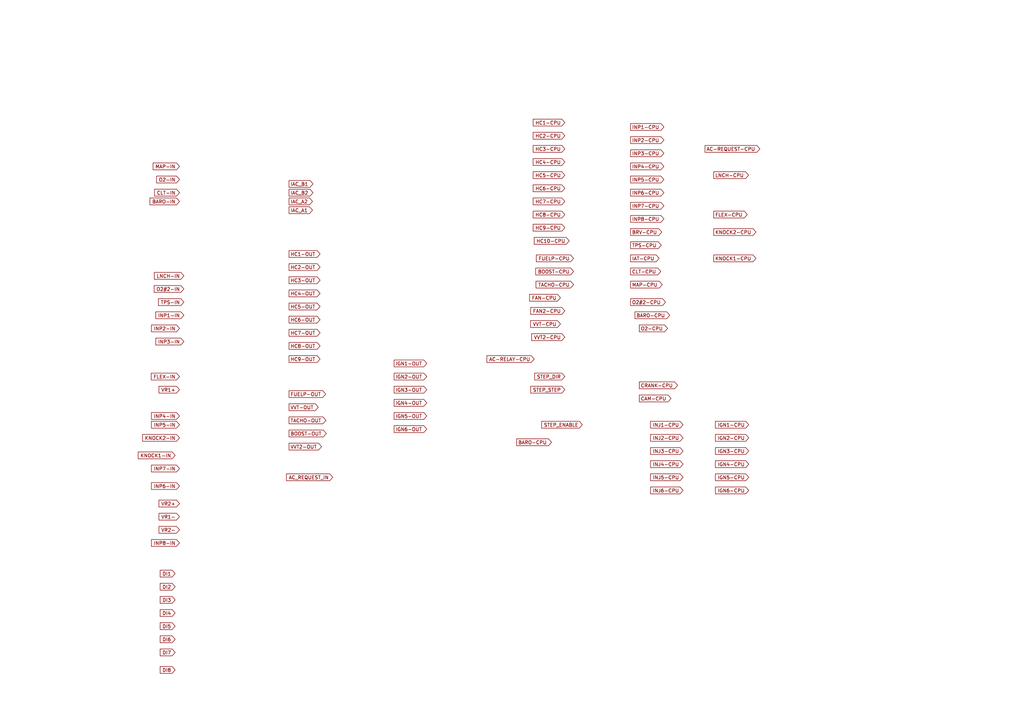
<source format=kicad_sch>
(kicad_sch
	(version 20231120)
	(generator "eeschema")
	(generator_version "8.0")
	(uuid "aeab7777-62ff-4cf9-b23d-4ac06758eda9")
	(paper "A4")
	(lib_symbols)
	(global_label "IGN2-OUT"
		(shape output)
		(at 114.3 109.22 0)
		(fields_autoplaced yes)
		(effects
			(font
				(size 1 1)
			)
			(justify left)
		)
		(uuid "05048b99-f815-4a0a-9295-c520316301ab")
		(property "Intersheetrefs" "${INTERSHEET_REFS}"
			(at 129.4206 109.22 0)
			(effects
				(font
					(size 1 1)
				)
				(justify left)
				(hide yes)
			)
		)
	)
	(global_label "INP5-IN"
		(shape input)
		(at 52.07 123.19 180)
		(fields_autoplaced yes)
		(effects
			(font
				(size 1 1)
			)
			(justify right)
		)
		(uuid "08e1b770-76c7-4183-8e21-522fff6835e6")
		(property "Intersheetrefs" "${INTERSHEET_REFS}"
			(at 38.8671 123.19 0)
			(effects
				(font
					(size 1 1)
				)
				(justify right)
				(hide yes)
			)
		)
	)
	(global_label "BARO-CPU"
		(shape output)
		(at 149.86 128.27 0)
		(fields_autoplaced yes)
		(effects
			(font
				(size 1 1)
			)
			(justify left)
		)
		(uuid "10918acc-8a26-462d-905d-55946ab89f66")
		(property "Intersheetrefs" "${INTERSHEET_REFS}"
			(at 166.0384 128.27 0)
			(effects
				(font
					(size 1 1)
				)
				(justify left)
				(hide yes)
			)
		)
	)
	(global_label "IAC_A1"
		(shape output)
		(at 83.82 60.96 0)
		(fields_autoplaced yes)
		(effects
			(font
				(size 1 1)
			)
			(justify left)
		)
		(uuid "12800703-6442-41c6-ae68-f1dc5436d11a")
		(property "Intersheetrefs" "${INTERSHEET_REFS}"
			(at 94.9908 60.96 0)
			(effects
				(font
					(size 1 1)
				)
				(justify left)
				(hide yes)
			)
		)
	)
	(global_label "VR1-"
		(shape input)
		(at 52.07 149.86 180)
		(fields_autoplaced yes)
		(effects
			(font
				(size 1 1)
			)
			(justify right)
		)
		(uuid "1844264d-0466-4282-ac1a-7a640e2a6a6f")
		(property "Intersheetrefs" "${INTERSHEET_REFS}"
			(at 42.3197 149.86 0)
			(effects
				(font
					(size 1 1)
				)
				(justify right)
				(hide yes)
			)
		)
	)
	(global_label "HC4-OUT"
		(shape output)
		(at 83.82 85.09 0)
		(fields_autoplaced yes)
		(effects
			(font
				(size 1 1)
			)
			(justify left)
		)
		(uuid "1cf7c71f-e022-403b-ad97-c57774b70be0")
		(property "Intersheetrefs" "${INTERSHEET_REFS}"
			(at 98.3292 85.09 0)
			(effects
				(font
					(size 1 1)
				)
				(justify left)
				(hide yes)
			)
		)
	)
	(global_label "HC3-CPU"
		(shape input)
		(at 163.83 43.18 180)
		(fields_autoplaced yes)
		(effects
			(font
				(size 1 1)
			)
			(justify right)
		)
		(uuid "1d668bd6-9f6e-4bdb-80c3-203afe3243e7")
		(property "Intersheetrefs" "${INTERSHEET_REFS}"
			(at 149.0305 43.18 0)
			(effects
				(font
					(size 1 1)
				)
				(justify right)
				(hide yes)
			)
		)
	)
	(global_label "FUELP-CPU"
		(shape input)
		(at 166.37 74.93 180)
		(fields_autoplaced yes)
		(effects
			(font
				(size 1 1)
			)
			(justify right)
		)
		(uuid "20623653-f992-49a7-bc3b-ae5ca95912c6")
		(property "Intersheetrefs" "${INTERSHEET_REFS}"
			(at 149.2173 74.93 0)
			(effects
				(font
					(size 1 1)
				)
				(justify right)
				(hide yes)
			)
		)
	)
	(global_label "INP1-IN"
		(shape input)
		(at 53.34 91.44 180)
		(fields_autoplaced yes)
		(effects
			(font
				(size 1 1)
			)
			(justify right)
		)
		(uuid "27addea1-2071-42da-a53a-2c546fc45c2b")
		(property "Intersheetrefs" "${INTERSHEET_REFS}"
			(at 40.2514 91.44 0)
			(effects
				(font
					(size 1 1)
				)
				(justify right)
				(hide yes)
			)
		)
	)
	(global_label "INJ6-CPU"
		(shape input)
		(at 198.12 142.24 180)
		(fields_autoplaced yes)
		(effects
			(font
				(size 1 1)
			)
			(justify right)
		)
		(uuid "29085911-ab7e-4c73-9730-683e7d3e815a")
		(property "Intersheetrefs" "${INTERSHEET_REFS}"
			(at 183.072 142.24 0)
			(effects
				(font
					(size 1 1)
				)
				(justify right)
				(hide yes)
			)
		)
	)
	(global_label "INP8-CPU"
		(shape output)
		(at 182.88 63.5 0)
		(fields_autoplaced yes)
		(effects
			(font
				(size 1 1)
			)
			(justify left)
		)
		(uuid "29ff5b08-a60c-4f6e-99e4-123c19dca3db")
		(property "Intersheetrefs" "${INTERSHEET_REFS}"
			(at 198.4052 63.5 0)
			(effects
				(font
					(size 1 1)
				)
				(justify left)
				(hide yes)
			)
		)
	)
	(global_label "IGN5-OUT"
		(shape output)
		(at 114.3 120.65 0)
		(fields_autoplaced yes)
		(effects
			(font
				(size 1 1)
			)
			(justify left)
		)
		(uuid "2a2569b2-c4b4-4bb9-9cf3-d401789f3186")
		(property "Intersheetrefs" "${INTERSHEET_REFS}"
			(at 129.5349 120.65 0)
			(effects
				(font
					(size 1 1)
				)
				(justify left)
				(hide yes)
			)
		)
	)
	(global_label "KNOCK1-IN"
		(shape input)
		(at 50.8 132.08 180)
		(fields_autoplaced yes)
		(effects
			(font
				(size 1 1)
			)
			(justify right)
		)
		(uuid "2a6bc583-7ea4-463d-9989-0cde75ceb11d")
		(property "Intersheetrefs" "${INTERSHEET_REFS}"
			(at 33.6782 132.08 0)
			(effects
				(font
					(size 1 1)
				)
				(justify right)
				(hide yes)
			)
		)
	)
	(global_label "INP2-CPU"
		(shape output)
		(at 182.88 40.64 0)
		(fields_autoplaced yes)
		(effects
			(font
				(size 1 1)
			)
			(justify left)
		)
		(uuid "2bcd1d23-cdc9-4b61-ab02-b0febcfe63fa")
		(property "Intersheetrefs" "${INTERSHEET_REFS}"
			(at 198.2909 40.64 0)
			(effects
				(font
					(size 1 1)
				)
				(justify left)
				(hide yes)
			)
		)
	)
	(global_label "IGN1-OUT"
		(shape output)
		(at 114.3 105.41 0)
		(fields_autoplaced yes)
		(effects
			(font
				(size 1 1)
			)
			(justify left)
		)
		(uuid "2c6e60e8-70ee-4170-be88-ec65e139d18c")
		(property "Intersheetrefs" "${INTERSHEET_REFS}"
			(at 129.4206 105.41 0)
			(effects
				(font
					(size 1 1)
				)
				(justify left)
				(hide yes)
			)
		)
	)
	(global_label "AC-RELAY-CPU"
		(shape input)
		(at 154.94 104.14 180)
		(fields_autoplaced yes)
		(effects
			(font
				(size 1 1)
			)
			(justify right)
		)
		(uuid "2ce876ae-61b7-404a-bf03-18618dc751fe")
		(property "Intersheetrefs" "${INTERSHEET_REFS}"
			(at 140.7053 104.14 0)
			(effects
				(font
					(size 1 1)
				)
				(justify right)
				(hide yes)
			)
		)
	)
	(global_label "IGN4-CPU"
		(shape input)
		(at 217.17 134.62 180)
		(fields_autoplaced yes)
		(effects
			(font
				(size 1 1)
			)
			(justify right)
		)
		(uuid "2dd55927-1f57-469a-b65d-79bfe62f561c")
		(property "Intersheetrefs" "${INTERSHEET_REFS}"
			(at 201.7591 134.62 0)
			(effects
				(font
					(size 1 1)
				)
				(justify right)
				(hide yes)
			)
		)
	)
	(global_label "HC1-OUT"
		(shape output)
		(at 83.82 73.66 0)
		(fields_autoplaced yes)
		(effects
			(font
				(size 1 1)
			)
			(justify left)
		)
		(uuid "30ae7245-7e82-44c0-8b38-d5ea16e7ef8a")
		(property "Intersheetrefs" "${INTERSHEET_REFS}"
			(at 98.3292 73.66 0)
			(effects
				(font
					(size 1 1)
				)
				(justify left)
				(hide yes)
			)
		)
	)
	(global_label "TPS-CPU"
		(shape output)
		(at 182.88 71.12 0)
		(fields_autoplaced yes)
		(effects
			(font
				(size 1 1)
			)
			(justify left)
		)
		(uuid "33f49e75-8c5e-446b-abd2-3d7997eac981")
		(property "Intersheetrefs" "${INTERSHEET_REFS}"
			(at 197.1297 71.12 0)
			(effects
				(font
					(size 1 1)
				)
				(justify left)
				(hide yes)
			)
		)
	)
	(global_label "DI2"
		(shape input)
		(at 50.8 170.18 180)
		(fields_autoplaced yes)
		(effects
			(font
				(size 1 1)
			)
			(justify right)
		)
		(uuid "34e98a28-d62a-40b7-8809-e25ab97cd788")
		(property "Intersheetrefs" "${INTERSHEET_REFS}"
			(at 45.9461 170.18 0)
			(effects
				(font
					(size 1 1)
				)
				(justify right)
				(hide yes)
			)
		)
	)
	(global_label "HC2-OUT"
		(shape output)
		(at 83.82 77.47 0)
		(fields_autoplaced yes)
		(effects
			(font
				(size 1 1)
			)
			(justify left)
		)
		(uuid "373292dd-c942-4fba-83bb-7b15f8c4548f")
		(property "Intersheetrefs" "${INTERSHEET_REFS}"
			(at 98.3292 77.47 0)
			(effects
				(font
					(size 1 1)
				)
				(justify left)
				(hide yes)
			)
		)
	)
	(global_label "TACHO-OUT"
		(shape output)
		(at 83.82 121.92 0)
		(fields_autoplaced yes)
		(effects
			(font
				(size 1 1)
			)
			(justify left)
		)
		(uuid "3894f6e1-1d88-43f6-a308-bb4e8031fc1f")
		(property "Intersheetrefs" "${INTERSHEET_REFS}"
			(at 100.8275 121.92 0)
			(effects
				(font
					(size 1 1)
				)
				(justify left)
				(hide yes)
			)
		)
	)
	(global_label "DI3"
		(shape input)
		(at 50.8 173.99 180)
		(fields_autoplaced yes)
		(effects
			(font
				(size 1 1)
			)
			(justify right)
		)
		(uuid "3ad7bcbd-dc2e-4db5-93d2-dd70063b79aa")
		(property "Intersheetrefs" "${INTERSHEET_REFS}"
			(at 45.9461 173.99 0)
			(effects
				(font
					(size 1 1)
				)
				(justify right)
				(hide yes)
			)
		)
	)
	(global_label "DI4"
		(shape input)
		(at 50.8 177.8 180)
		(fields_autoplaced yes)
		(effects
			(font
				(size 1 1)
			)
			(justify right)
		)
		(uuid "3b23eeac-27dc-4648-8106-644ef26c4bfc")
		(property "Intersheetrefs" "${INTERSHEET_REFS}"
			(at 45.9461 177.8 0)
			(effects
				(font
					(size 1 1)
				)
				(justify right)
				(hide yes)
			)
		)
	)
	(global_label "INP4-IN"
		(shape input)
		(at 52.07 120.65 180)
		(fields_autoplaced yes)
		(effects
			(font
				(size 1 1)
			)
			(justify right)
		)
		(uuid "4132e412-90c5-4981-9b1b-6db75eb06bbb")
		(property "Intersheetrefs" "${INTERSHEET_REFS}"
			(at 38.8671 120.65 0)
			(effects
				(font
					(size 1 1)
				)
				(justify right)
				(hide yes)
			)
		)
	)
	(global_label "IGN3-OUT"
		(shape output)
		(at 114.3 113.03 0)
		(fields_autoplaced yes)
		(effects
			(font
				(size 1 1)
			)
			(justify left)
		)
		(uuid "4fe7db9a-3c07-4ae9-bb96-850980e7749c")
		(property "Intersheetrefs" "${INTERSHEET_REFS}"
			(at 129.4206 113.03 0)
			(effects
				(font
					(size 1 1)
				)
				(justify left)
				(hide yes)
			)
		)
	)
	(global_label "DI6"
		(shape input)
		(at 50.8 185.42 180)
		(fields_autoplaced yes)
		(effects
			(font
				(size 1 1)
			)
			(justify right)
		)
		(uuid "500bb0fe-083e-494c-b5d4-3a9adad4afd3")
		(property "Intersheetrefs" "${INTERSHEET_REFS}"
			(at 45.9461 185.42 0)
			(effects
				(font
					(size 1 1)
				)
				(justify right)
				(hide yes)
			)
		)
	)
	(global_label "STEP_DIR"
		(shape input)
		(at 163.83 109.22 180)
		(fields_autoplaced yes)
		(effects
			(font
				(size 1 1)
			)
			(justify right)
		)
		(uuid "51462ed6-d7e0-4571-8777-2f0e6fcb3191")
		(property "Intersheetrefs" "${INTERSHEET_REFS}"
			(at 149.6838 109.22 0)
			(effects
				(font
					(size 1 1)
				)
				(justify right)
				(hide yes)
			)
		)
	)
	(global_label "INP6-CPU"
		(shape output)
		(at 182.88 55.88 0)
		(fields_autoplaced yes)
		(effects
			(font
				(size 1 1)
			)
			(justify left)
		)
		(uuid "518cb962-c2a0-4875-9c5b-cb39313366e8")
		(property "Intersheetrefs" "${INTERSHEET_REFS}"
			(at 198.4052 55.88 0)
			(effects
				(font
					(size 1 1)
				)
				(justify left)
				(hide yes)
			)
		)
	)
	(global_label "HC10-CPU"
		(shape input)
		(at 165.1 69.85 180)
		(fields_autoplaced yes)
		(effects
			(font
				(size 1 1)
			)
			(justify right)
		)
		(uuid "52afec79-efdf-4924-9372-11512f75e5c1")
		(property "Intersheetrefs" "${INTERSHEET_REFS}"
			(at 148.8491 69.85 0)
			(effects
				(font
					(size 1 1)
				)
				(justify right)
				(hide yes)
			)
		)
	)
	(global_label "INJ2-CPU"
		(shape input)
		(at 198.12 127 180)
		(fields_autoplaced yes)
		(effects
			(font
				(size 1 1)
			)
			(justify right)
		)
		(uuid "52d22de6-768c-4ef1-9855-e3dc34bbcba9")
		(property "Intersheetrefs" "${INTERSHEET_REFS}"
			(at 183.072 127 0)
			(effects
				(font
					(size 1 1)
				)
				(justify right)
				(hide yes)
			)
		)
	)
	(global_label "KNOCK2-CPU"
		(shape output)
		(at 207.01 67.31 0)
		(fields_autoplaced yes)
		(effects
			(font
				(size 1 1)
			)
			(justify left)
		)
		(uuid "58481298-166f-490f-9785-7ecc63f14b56")
		(property "Intersheetrefs" "${INTERSHEET_REFS}"
			(at 226.4541 67.31 0)
			(effects
				(font
					(size 1 1)
				)
				(justify left)
				(hide yes)
			)
		)
	)
	(global_label "INP1-CPU"
		(shape output)
		(at 182.88 36.83 0)
		(fields_autoplaced yes)
		(effects
			(font
				(size 1 1)
			)
			(justify left)
		)
		(uuid "599e78d7-c82d-4de7-9f42-3491066c7409")
		(property "Intersheetrefs" "${INTERSHEET_REFS}"
			(at 198.2909 36.83 0)
			(effects
				(font
					(size 1 1)
				)
				(justify left)
				(hide yes)
			)
		)
	)
	(global_label "INJ4-CPU"
		(shape input)
		(at 198.12 134.62 180)
		(fields_autoplaced yes)
		(effects
			(font
				(size 1 1)
			)
			(justify right)
		)
		(uuid "5cd800b6-045e-44c4-b9b0-111af954cd3c")
		(property "Intersheetrefs" "${INTERSHEET_REFS}"
			(at 183.072 134.62 0)
			(effects
				(font
					(size 1 1)
				)
				(justify right)
				(hide yes)
			)
		)
	)
	(global_label "STEP_ENABLE"
		(shape input)
		(at 168.91 123.19 180)
		(fields_autoplaced yes)
		(effects
			(font
				(size 1 1)
			)
			(justify right)
		)
		(uuid "5f1f022c-9bf1-4dc1-a340-c0334bb6a7aa")
		(property "Intersheetrefs" "${INTERSHEET_REFS}"
			(at 150.1191 123.19 0)
			(effects
				(font
					(size 1 1)
				)
				(justify right)
				(hide yes)
			)
		)
	)
	(global_label "IAC_A2"
		(shape output)
		(at 83.82 58.42 0)
		(fields_autoplaced yes)
		(effects
			(font
				(size 1 1)
			)
			(justify left)
		)
		(uuid "6455fe8b-9b1c-4dcc-871e-188a7f0c5287")
		(property "Intersheetrefs" "${INTERSHEET_REFS}"
			(at 94.9908 58.42 0)
			(effects
				(font
					(size 1 1)
				)
				(justify left)
				(hide yes)
			)
		)
	)
	(global_label "DI1"
		(shape input)
		(at 50.8 166.37 180)
		(fields_autoplaced yes)
		(effects
			(font
				(size 1 1)
			)
			(justify right)
		)
		(uuid "66518922-d323-4f29-8e27-3664791d3717")
		(property "Intersheetrefs" "${INTERSHEET_REFS}"
			(at 45.9461 166.37 0)
			(effects
				(font
					(size 1 1)
				)
				(justify right)
				(hide yes)
			)
		)
	)
	(global_label "IGN4-OUT"
		(shape output)
		(at 114.3 116.84 0)
		(fields_autoplaced yes)
		(effects
			(font
				(size 1 1)
			)
			(justify left)
		)
		(uuid "665776bb-5061-4a8d-b515-2b2e5bbcc798")
		(property "Intersheetrefs" "${INTERSHEET_REFS}"
			(at 129.4206 116.84 0)
			(effects
				(font
					(size 1 1)
				)
				(justify left)
				(hide yes)
			)
		)
	)
	(global_label "KNOCK1-CPU"
		(shape output)
		(at 207.01 74.93 0)
		(fields_autoplaced yes)
		(effects
			(font
				(size 1 1)
			)
			(justify left)
		)
		(uuid "676efbf4-bf39-4f30-9b2c-0632bb979ac9")
		(property "Intersheetrefs" "${INTERSHEET_REFS}"
			(at 226.4541 74.93 0)
			(effects
				(font
					(size 1 1)
				)
				(justify left)
				(hide yes)
			)
		)
	)
	(global_label "HC6-OUT"
		(shape output)
		(at 83.82 92.71 0)
		(fields_autoplaced yes)
		(effects
			(font
				(size 1 1)
			)
			(justify left)
		)
		(uuid "68d84fae-2b01-407f-a433-e7d3d33a9047")
		(property "Intersheetrefs" "${INTERSHEET_REFS}"
			(at 98.3292 92.71 0)
			(effects
				(font
					(size 1 1)
				)
				(justify left)
				(hide yes)
			)
		)
	)
	(global_label "HC9-CPU"
		(shape input)
		(at 163.83 66.04 180)
		(fields_autoplaced yes)
		(effects
			(font
				(size 1 1)
			)
			(justify right)
		)
		(uuid "728328c9-899f-4e58-b4a8-823db822f466")
		(property "Intersheetrefs" "${INTERSHEET_REFS}"
			(at 149.0305 66.04 0)
			(effects
				(font
					(size 1 1)
				)
				(justify right)
				(hide yes)
			)
		)
	)
	(global_label "IGN1-CPU"
		(shape input)
		(at 217.17 123.19 180)
		(fields_autoplaced yes)
		(effects
			(font
				(size 1 1)
			)
			(justify right)
		)
		(uuid "72ae450b-74ea-43af-832b-6416de1217fb")
		(property "Intersheetrefs" "${INTERSHEET_REFS}"
			(at 201.7591 123.19 0)
			(effects
				(font
					(size 1 1)
				)
				(justify right)
				(hide yes)
			)
		)
	)
	(global_label "INP7-CPU"
		(shape output)
		(at 182.88 59.69 0)
		(fields_autoplaced yes)
		(effects
			(font
				(size 1 1)
			)
			(justify left)
		)
		(uuid "76a33dd3-377a-44a1-bf1a-3e1ed4e1cf47")
		(property "Intersheetrefs" "${INTERSHEET_REFS}"
			(at 198.4052 59.69 0)
			(effects
				(font
					(size 1 1)
				)
				(justify left)
				(hide yes)
			)
		)
	)
	(global_label "AC_REQUEST_IN"
		(shape input)
		(at 96.52 138.43 180)
		(fields_autoplaced yes)
		(effects
			(font
				(size 1 1)
			)
			(justify right)
		)
		(uuid "79baa419-cc00-4275-b714-fec1fcac2612")
		(property "Intersheetrefs" "${INTERSHEET_REFS}"
			(at 75.2617 138.43 0)
			(effects
				(font
					(size 1 1)
				)
				(justify right)
				(hide yes)
			)
		)
	)
	(global_label "HC4-CPU"
		(shape input)
		(at 163.83 46.99 180)
		(fields_autoplaced yes)
		(effects
			(font
				(size 1 1)
			)
			(justify right)
		)
		(uuid "7be27e37-2971-4caf-8adf-cc14506f65e9")
		(property "Intersheetrefs" "${INTERSHEET_REFS}"
			(at 149.0305 46.99 0)
			(effects
				(font
					(size 1 1)
				)
				(justify right)
				(hide yes)
			)
		)
	)
	(global_label "HC6-CPU"
		(shape input)
		(at 163.83 54.61 180)
		(fields_autoplaced yes)
		(effects
			(font
				(size 1 1)
			)
			(justify right)
		)
		(uuid "7dc6c1b2-0141-4af3-a973-b92c87c28555")
		(property "Intersheetrefs" "${INTERSHEET_REFS}"
			(at 149.0305 54.61 0)
			(effects
				(font
					(size 1 1)
				)
				(justify right)
				(hide yes)
			)
		)
	)
	(global_label "INP5-CPU"
		(shape output)
		(at 182.88 52.07 0)
		(fields_autoplaced yes)
		(effects
			(font
				(size 1 1)
			)
			(justify left)
		)
		(uuid "839338e7-d383-4875-9aed-91be51912825")
		(property "Intersheetrefs" "${INTERSHEET_REFS}"
			(at 198.4052 52.07 0)
			(effects
				(font
					(size 1 1)
				)
				(justify left)
				(hide yes)
			)
		)
	)
	(global_label "O2-IN"
		(shape input)
		(at 52.07 52.07 180)
		(fields_autoplaced yes)
		(effects
			(font
				(size 1 1)
			)
			(justify right)
		)
		(uuid "85675d9f-8b66-48e1-8d42-89db2ba188cd")
		(property "Intersheetrefs" "${INTERSHEET_REFS}"
			(at 41.2311 52.07 0)
			(effects
				(font
					(size 1 1)
				)
				(justify right)
				(hide yes)
			)
		)
	)
	(global_label "FLEX-CPU"
		(shape output)
		(at 207.01 62.23 0)
		(fields_autoplaced yes)
		(effects
			(font
				(size 1 1)
			)
			(justify left)
		)
		(uuid "85caaf9b-8157-4929-bd72-890390736da8")
		(property "Intersheetrefs" "${INTERSHEET_REFS}"
			(at 222.4935 62.23 0)
			(effects
				(font
					(size 1 1)
				)
				(justify left)
				(hide yes)
			)
		)
	)
	(global_label "TACHO-CPU"
		(shape input)
		(at 166.37 82.55 180)
		(fields_autoplaced yes)
		(effects
			(font
				(size 1 1)
			)
			(justify right)
		)
		(uuid "876ca75a-51f8-4d38-a107-368fe7791768")
		(property "Intersheetrefs" "${INTERSHEET_REFS}"
			(at 149.0722 82.55 0)
			(effects
				(font
					(size 1 1)
				)
				(justify right)
				(hide yes)
			)
		)
	)
	(global_label "BRV-CPU"
		(shape output)
		(at 182.88 67.31 0)
		(fields_autoplaced yes)
		(effects
			(font
				(size 1 1)
			)
			(justify left)
		)
		(uuid "897c7daa-7816-4635-aa00-fb6ee681f730")
		(property "Intersheetrefs" "${INTERSHEET_REFS}"
			(at 197.3475 67.31 0)
			(effects
				(font
					(size 1 1)
				)
				(justify left)
				(hide yes)
			)
		)
	)
	(global_label "HC3-OUT"
		(shape output)
		(at 83.82 81.28 0)
		(fields_autoplaced yes)
		(effects
			(font
				(size 1 1)
			)
			(justify left)
		)
		(uuid "8d0b1c70-2aec-4e5e-a2a1-147e0af75bb5")
		(property "Intersheetrefs" "${INTERSHEET_REFS}"
			(at 98.3292 81.28 0)
			(effects
				(font
					(size 1 1)
				)
				(justify left)
				(hide yes)
			)
		)
	)
	(global_label "HC2-CPU"
		(shape input)
		(at 163.83 39.37 180)
		(fields_autoplaced yes)
		(effects
			(font
				(size 1 1)
			)
			(justify right)
		)
		(uuid "8db57a52-d3d0-4e4a-8fbb-8482f8fa859b")
		(property "Intersheetrefs" "${INTERSHEET_REFS}"
			(at 149.0305 39.37 0)
			(effects
				(font
					(size 1 1)
				)
				(justify right)
				(hide yes)
			)
		)
	)
	(global_label "INP4-CPU"
		(shape output)
		(at 182.88 48.26 0)
		(fields_autoplaced yes)
		(effects
			(font
				(size 1 1)
			)
			(justify left)
		)
		(uuid "8e92e06c-bde3-4965-9665-0e50c5057d84")
		(property "Intersheetrefs" "${INTERSHEET_REFS}"
			(at 198.4052 48.26 0)
			(effects
				(font
					(size 1 1)
				)
				(justify left)
				(hide yes)
			)
		)
	)
	(global_label "BARO-CPU"
		(shape output)
		(at 184.15 91.44 0)
		(fields_autoplaced yes)
		(effects
			(font
				(size 1 1)
			)
			(justify left)
		)
		(uuid "8fda9d3b-08ac-4046-90d0-1232c83b7943")
		(property "Intersheetrefs" "${INTERSHEET_REFS}"
			(at 200.3284 91.44 0)
			(effects
				(font
					(size 1 1)
				)
				(justify left)
				(hide yes)
			)
		)
	)
	(global_label "HC7-CPU"
		(shape input)
		(at 163.83 58.42 180)
		(fields_autoplaced yes)
		(effects
			(font
				(size 1 1)
			)
			(justify right)
		)
		(uuid "8ff4194e-84d4-4660-8ca0-02304d068fbe")
		(property "Intersheetrefs" "${INTERSHEET_REFS}"
			(at 149.0305 58.42 0)
			(effects
				(font
					(size 1 1)
				)
				(justify right)
				(hide yes)
			)
		)
	)
	(global_label "DI7"
		(shape input)
		(at 50.8 189.23 180)
		(fields_autoplaced yes)
		(effects
			(font
				(size 1 1)
			)
			(justify right)
		)
		(uuid "93f72576-2931-4e78-993c-1058385e980a")
		(property "Intersheetrefs" "${INTERSHEET_REFS}"
			(at 45.9461 189.23 0)
			(effects
				(font
					(size 1 1)
				)
				(justify right)
				(hide yes)
			)
		)
	)
	(global_label "FLEX-IN"
		(shape input)
		(at 52.07 109.22 180)
		(fields_autoplaced yes)
		(effects
			(font
				(size 1 1)
			)
			(justify right)
		)
		(uuid "945039c8-629e-4a5c-a56a-e6ebe8d28294")
		(property "Intersheetrefs" "${INTERSHEET_REFS}"
			(at 38.9088 109.22 0)
			(effects
				(font
					(size 1 1)
				)
				(justify right)
				(hide yes)
			)
		)
	)
	(global_label "HC8-CPU"
		(shape input)
		(at 163.83 62.23 180)
		(fields_autoplaced yes)
		(effects
			(font
				(size 1 1)
			)
			(justify right)
		)
		(uuid "976d11c6-9c98-4532-afd1-3f9f3cdd180a")
		(property "Intersheetrefs" "${INTERSHEET_REFS}"
			(at 149.0305 62.23 0)
			(effects
				(font
					(size 1 1)
				)
				(justify right)
				(hide yes)
			)
		)
	)
	(global_label "DI5"
		(shape input)
		(at 50.8 181.61 180)
		(fields_autoplaced yes)
		(effects
			(font
				(size 1 1)
			)
			(justify right)
		)
		(uuid "990a7bae-41a8-4c29-8610-ab5c2c395a99")
		(property "Intersheetrefs" "${INTERSHEET_REFS}"
			(at 45.9461 181.61 0)
			(effects
				(font
					(size 1 1)
				)
				(justify right)
				(hide yes)
			)
		)
	)
	(global_label "FAN2-CPU"
		(shape input)
		(at 163.83 90.17 180)
		(fields_autoplaced yes)
		(effects
			(font
				(size 1 1)
			)
			(justify right)
		)
		(uuid "9955619d-a2fd-4104-9f7f-e077d20e519d")
		(property "Intersheetrefs" "${INTERSHEET_REFS}"
			(at 148.0562 90.17 0)
			(effects
				(font
					(size 1 1)
				)
				(justify right)
				(hide yes)
			)
		)
	)
	(global_label "INP7-IN"
		(shape input)
		(at 52.07 135.89 180)
		(fields_autoplaced yes)
		(effects
			(font
				(size 1 1)
			)
			(justify right)
		)
		(uuid "a12ec8f9-eb77-484f-9c44-c453100fd7a0")
		(property "Intersheetrefs" "${INTERSHEET_REFS}"
			(at 38.8671 135.89 0)
			(effects
				(font
					(size 1 1)
				)
				(justify right)
				(hide yes)
			)
		)
	)
	(global_label "INP8-IN"
		(shape input)
		(at 52.07 157.48 180)
		(fields_autoplaced yes)
		(effects
			(font
				(size 1 1)
			)
			(justify right)
		)
		(uuid "a18b7fb4-0d25-424e-a84d-aa3ef1702ed5")
		(property "Intersheetrefs" "${INTERSHEET_REFS}"
			(at 38.8671 157.48 0)
			(effects
				(font
					(size 1 1)
				)
				(justify right)
				(hide yes)
			)
		)
	)
	(global_label "FAN-CPU"
		(shape input)
		(at 162.56 86.36 180)
		(fields_autoplaced yes)
		(effects
			(font
				(size 1 1)
			)
			(justify right)
		)
		(uuid "a1bb5e6b-821e-42fb-a385-96a301b6af90")
		(property "Intersheetrefs" "${INTERSHEET_REFS}"
			(at 148.2376 86.36 0)
			(effects
				(font
					(size 1 1)
				)
				(justify right)
				(hide yes)
			)
		)
	)
	(global_label "IAT-CPU"
		(shape output)
		(at 182.88 74.93 0)
		(fields_autoplaced yes)
		(effects
			(font
				(size 1 1)
			)
			(justify left)
		)
		(uuid "a2a1350c-bcc7-4b86-8fa6-cea0b2f467d5")
		(property "Intersheetrefs" "${INTERSHEET_REFS}"
			(at 196.1863 74.93 0)
			(effects
				(font
					(size 1 1)
				)
				(justify left)
				(hide yes)
			)
		)
	)
	(global_label "O2-CPU"
		(shape output)
		(at 185.42 95.25 0)
		(fields_autoplaced yes)
		(effects
			(font
				(size 1 1)
			)
			(justify left)
		)
		(uuid "a3171582-6e7f-4638-bac2-cdb05c78c013")
		(property "Intersheetrefs" "${INTERSHEET_REFS}"
			(at 198.5812 95.25 0)
			(effects
				(font
					(size 1 1)
				)
				(justify left)
				(hide yes)
			)
		)
	)
	(global_label "HC5-OUT"
		(shape output)
		(at 83.82 88.9 0)
		(fields_autoplaced yes)
		(effects
			(font
				(size 1 1)
			)
			(justify left)
		)
		(uuid "a4879933-ac33-4c3c-ac59-080ef50bf60c")
		(property "Intersheetrefs" "${INTERSHEET_REFS}"
			(at 98.3292 88.9 0)
			(effects
				(font
					(size 1 1)
				)
				(justify left)
				(hide yes)
			)
		)
	)
	(global_label "TPS-IN"
		(shape input)
		(at 53.34 87.63 180)
		(fields_autoplaced yes)
		(effects
			(font
				(size 1 1)
			)
			(justify right)
		)
		(uuid "a61ce027-0f3f-4c1e-897d-606509a5fb02")
		(property "Intersheetrefs" "${INTERSHEET_REFS}"
			(at 41.4126 87.63 0)
			(effects
				(font
					(size 1 1)
				)
				(justify right)
				(hide yes)
			)
		)
	)
	(global_label "INP6-IN"
		(shape input)
		(at 52.07 140.97 180)
		(fields_autoplaced yes)
		(effects
			(font
				(size 1 1)
			)
			(justify right)
		)
		(uuid "a6c2b25a-4e92-4b14-815b-03624f6f5505")
		(property "Intersheetrefs" "${INTERSHEET_REFS}"
			(at 38.8671 140.97 0)
			(effects
				(font
					(size 1 1)
				)
				(justify right)
				(hide yes)
			)
		)
	)
	(global_label "CRANK-CPU"
		(shape output)
		(at 185.42 111.76 0)
		(fields_autoplaced yes)
		(effects
			(font
				(size 1 1)
			)
			(justify left)
		)
		(uuid "a77344d5-b2ef-42f1-b91e-73de6437440f")
		(property "Intersheetrefs" "${INTERSHEET_REFS}"
			(at 203.1224 111.76 0)
			(effects
				(font
					(size 1 1)
				)
				(justify left)
				(hide yes)
			)
		)
	)
	(global_label "IGN6-CPU"
		(shape input)
		(at 217.17 142.24 180)
		(fields_autoplaced yes)
		(effects
			(font
				(size 1 1)
			)
			(justify right)
		)
		(uuid "a7b8f002-0136-4a3b-b280-f5fc64736c80")
		(property "Intersheetrefs" "${INTERSHEET_REFS}"
			(at 201.6448 142.24 0)
			(effects
				(font
					(size 1 1)
				)
				(justify right)
				(hide yes)
			)
		)
	)
	(global_label "VVT2-CPU"
		(shape input)
		(at 163.83 97.79 180)
		(fields_autoplaced yes)
		(effects
			(font
				(size 1 1)
			)
			(justify right)
		)
		(uuid "a8d90813-4c8e-4536-bc94-063453b6ae88")
		(property "Intersheetrefs" "${INTERSHEET_REFS}"
			(at 148.3774 97.79 0)
			(effects
				(font
					(size 1 1)
				)
				(justify right)
				(hide yes)
			)
		)
	)
	(global_label "HC1-CPU"
		(shape input)
		(at 163.83 35.56 180)
		(fields_autoplaced yes)
		(effects
			(font
				(size 1 1)
			)
			(justify right)
		)
		(uuid "a8e2230b-b7dc-4d44-8a4b-b38a0189bbe7")
		(property "Intersheetrefs" "${INTERSHEET_REFS}"
			(at 149.0305 35.56 0)
			(effects
				(font
					(size 1 1)
				)
				(justify right)
				(hide yes)
			)
		)
	)
	(global_label "LNCH-IN"
		(shape input)
		(at 53.34 80.01 180)
		(fields_autoplaced yes)
		(effects
			(font
				(size 1 1)
			)
			(justify right)
		)
		(uuid "aa9f6d42-20e9-49c6-aa03-cdfe98b43eb3")
		(property "Intersheetrefs" "${INTERSHEET_REFS}"
			(at 39.5982 80.01 0)
			(effects
				(font
					(size 1 1)
				)
				(justify right)
				(hide yes)
			)
		)
	)
	(global_label "VVT-OUT"
		(shape output)
		(at 83.82 118.11 0)
		(fields_autoplaced yes)
		(effects
			(font
				(size 1 1)
			)
			(justify left)
		)
		(uuid "ace72912-f76c-4cb9-88e3-ee5bc480d465")
		(property "Intersheetrefs" "${INTERSHEET_REFS}"
			(at 97.4166 118.11 0)
			(effects
				(font
					(size 1 1)
				)
				(justify left)
				(hide yes)
			)
		)
	)
	(global_label "VVT-CPU"
		(shape input)
		(at 162.56 93.98 180)
		(fields_autoplaced yes)
		(effects
			(font
				(size 1 1)
			)
			(justify right)
		)
		(uuid "ae72b933-7b77-40dd-a3ba-0debd898a06d")
		(property "Intersheetrefs" "${INTERSHEET_REFS}"
			(at 148.6731 93.98 0)
			(effects
				(font
					(size 1 1)
				)
				(justify right)
				(hide yes)
			)
		)
	)
	(global_label "BARO-IN"
		(shape input)
		(at 52.07 58.42 180)
		(fields_autoplaced yes)
		(effects
			(font
				(size 1 1)
			)
			(justify right)
		)
		(uuid "aee08e2d-f826-49e8-b770-5608dedafc08")
		(property "Intersheetrefs" "${INTERSHEET_REFS}"
			(at 40.5229 58.42 0)
			(effects
				(font
					(size 1 1)
				)
				(justify right)
				(hide yes)
			)
		)
	)
	(global_label "CLT-IN"
		(shape input)
		(at 52.07 55.88 180)
		(fields_autoplaced yes)
		(effects
			(font
				(size 1 1)
			)
			(justify right)
		)
		(uuid "b21365ca-7ba0-40a3-8b47-a9d4d99f2574")
		(property "Intersheetrefs" "${INTERSHEET_REFS}"
			(at 40.3603 55.88 0)
			(effects
				(font
					(size 1 1)
				)
				(justify right)
				(hide yes)
			)
		)
	)
	(global_label "CLT-CPU"
		(shape output)
		(at 182.88 78.74 0)
		(fields_autoplaced yes)
		(effects
			(font
				(size 1 1)
			)
			(justify left)
		)
		(uuid "b3848b5c-af04-4bcb-b197-3505e870436b")
		(property "Intersheetrefs" "${INTERSHEET_REFS}"
			(at 196.912 78.74 0)
			(effects
				(font
					(size 1 1)
				)
				(justify left)
				(hide yes)
			)
		)
	)
	(global_label "IGN3-CPU"
		(shape input)
		(at 217.17 130.81 180)
		(fields_autoplaced yes)
		(effects
			(font
				(size 1 1)
			)
			(justify right)
		)
		(uuid "b4bc4ea6-ad59-457e-8583-910d6421ad1f")
		(property "Intersheetrefs" "${INTERSHEET_REFS}"
			(at 201.7591 130.81 0)
			(effects
				(font
					(size 1 1)
				)
				(justify right)
				(hide yes)
			)
		)
	)
	(global_label "HC9-OUT"
		(shape output)
		(at 83.82 104.14 0)
		(fields_autoplaced yes)
		(effects
			(font
				(size 1 1)
			)
			(justify left)
		)
		(uuid "b65fa0d9-cfb7-40f2-ad1e-305279c93ead")
		(property "Intersheetrefs" "${INTERSHEET_REFS}"
			(at 98.3292 104.14 0)
			(effects
				(font
					(size 1 1)
				)
				(justify left)
				(hide yes)
			)
		)
	)
	(global_label "INJ1-CPU"
		(shape input)
		(at 198.12 123.19 180)
		(fields_autoplaced yes)
		(effects
			(font
				(size 1 1)
			)
			(justify right)
		)
		(uuid "c22eefdc-381a-45ac-9be6-73bc175445af")
		(property "Intersheetrefs" "${INTERSHEET_REFS}"
			(at 183.072 123.19 0)
			(effects
				(font
					(size 1 1)
				)
				(justify right)
				(hide yes)
			)
		)
	)
	(global_label "VR2-"
		(shape input)
		(at 52.07 153.67 180)
		(fields_autoplaced yes)
		(effects
			(font
				(size 1 1)
			)
			(justify right)
		)
		(uuid "c4efdff5-0495-4f2e-b8a5-30ea8d1fa710")
		(property "Intersheetrefs" "${INTERSHEET_REFS}"
			(at 42.3197 153.67 0)
			(effects
				(font
					(size 1 1)
				)
				(justify right)
				(hide yes)
			)
		)
	)
	(global_label "DI8"
		(shape input)
		(at 50.8 194.31 180)
		(fields_autoplaced yes)
		(effects
			(font
				(size 1 1)
			)
			(justify right)
		)
		(uuid "c5a4104f-5c39-4300-94c8-f7f4a48febc3")
		(property "Intersheetrefs" "${INTERSHEET_REFS}"
			(at 45.9461 194.31 0)
			(effects
				(font
					(size 1 1)
				)
				(justify right)
				(hide yes)
			)
		)
	)
	(global_label "FUELP-OUT"
		(shape output)
		(at 83.82 114.3 0)
		(fields_autoplaced yes)
		(effects
			(font
				(size 1 1)
			)
			(justify left)
		)
		(uuid "c6ea9e6c-b672-4e83-8e55-9e6535b7c134")
		(property "Intersheetrefs" "${INTERSHEET_REFS}"
			(at 100.6824 114.3 0)
			(effects
				(font
					(size 1 1)
				)
				(justify left)
				(hide yes)
			)
		)
	)
	(global_label "INP3-IN"
		(shape input)
		(at 53.34 99.06 180)
		(fields_autoplaced yes)
		(effects
			(font
				(size 1 1)
			)
			(justify right)
		)
		(uuid "c78addb5-18cd-482b-92d0-e4bdf922d400")
		(property "Intersheetrefs" "${INTERSHEET_REFS}"
			(at 40.1371 99.06 0)
			(effects
				(font
					(size 1 1)
				)
				(justify right)
				(hide yes)
			)
		)
	)
	(global_label "IGN2-CPU"
		(shape input)
		(at 217.17 127 180)
		(fields_autoplaced yes)
		(effects
			(font
				(size 1 1)
			)
			(justify right)
		)
		(uuid "c8cbd41c-84eb-41b9-9991-6824e3be1237")
		(property "Intersheetrefs" "${INTERSHEET_REFS}"
			(at 201.7591 127 0)
			(effects
				(font
					(size 1 1)
				)
				(justify right)
				(hide yes)
			)
		)
	)
	(global_label "IAC_B2"
		(shape output)
		(at 83.82 55.88 0)
		(fields_autoplaced yes)
		(effects
			(font
				(size 1 1)
			)
			(justify left)
		)
		(uuid "c95eb2a7-7f82-4550-a1e2-a08d8710f40c")
		(property "Intersheetrefs" "${INTERSHEET_REFS}"
			(at 95.2085 55.88 0)
			(effects
				(font
					(size 1 1)
				)
				(justify left)
				(hide yes)
			)
		)
	)
	(global_label "BOOST-OUT"
		(shape output)
		(at 83.82 125.73 0)
		(fields_autoplaced yes)
		(effects
			(font
				(size 1 1)
			)
			(justify left)
		)
		(uuid "c9e1bd90-5f0d-43d5-9845-fcc322f42d8a")
		(property "Intersheetrefs" "${INTERSHEET_REFS}"
			(at 100.9726 125.73 0)
			(effects
				(font
					(size 1 1)
				)
				(justify left)
				(hide yes)
			)
		)
	)
	(global_label "CAM-CPU"
		(shape output)
		(at 185.42 115.57 0)
		(fields_autoplaced yes)
		(effects
			(font
				(size 1 1)
			)
			(justify left)
		)
		(uuid "cae57b94-da2d-4c02-b090-4445f8c3547b")
		(property "Intersheetrefs" "${INTERSHEET_REFS}"
			(at 200.2195 115.57 0)
			(effects
				(font
					(size 1 1)
				)
				(justify left)
				(hide yes)
			)
		)
	)
	(global_label "VR1+"
		(shape input)
		(at 52.07 113.03 180)
		(fields_autoplaced yes)
		(effects
			(font
				(size 1 1)
			)
			(justify right)
		)
		(uuid "cc7a392a-721c-4520-811e-888c95699acf")
		(property "Intersheetrefs" "${INTERSHEET_REFS}"
			(at 42.3197 113.03 0)
			(effects
				(font
					(size 1 1)
				)
				(justify right)
				(hide yes)
			)
		)
	)
	(global_label "INP2-IN"
		(shape input)
		(at 52.07 95.25 180)
		(fields_autoplaced yes)
		(effects
			(font
				(size 1 1)
			)
			(justify right)
		)
		(uuid "d0d0dbf4-0bdb-4937-b9a8-0962b148a0c7")
		(property "Intersheetrefs" "${INTERSHEET_REFS}"
			(at 38.9814 95.25 0)
			(effects
				(font
					(size 1 1)
				)
				(justify right)
				(hide yes)
			)
		)
	)
	(global_label "O2#2-IN"
		(shape input)
		(at 53.34 83.82 180)
		(fields_autoplaced yes)
		(effects
			(font
				(size 1 1)
			)
			(justify right)
		)
		(uuid "d1b767fe-ae69-42fa-89ff-52d8262e43db")
		(property "Intersheetrefs" "${INTERSHEET_REFS}"
			(at 39.4114 83.82 0)
			(effects
				(font
					(size 1 1)
				)
				(justify right)
				(hide yes)
			)
		)
	)
	(global_label "O2#2-CPU"
		(shape output)
		(at 182.88 87.63 0)
		(fields_autoplaced yes)
		(effects
			(font
				(size 1 1)
			)
			(justify left)
		)
		(uuid "d260e4aa-58cc-43e6-a440-162534c678b5")
		(property "Intersheetrefs" "${INTERSHEET_REFS}"
			(at 199.1309 87.63 0)
			(effects
				(font
					(size 1 1)
				)
				(justify left)
				(hide yes)
			)
		)
	)
	(global_label "MAP-IN"
		(shape input)
		(at 52.07 48.26 180)
		(fields_autoplaced yes)
		(effects
			(font
				(size 1 1)
			)
			(justify right)
		)
		(uuid "d261a281-41ef-4783-982d-8192c7678eb3")
		(property "Intersheetrefs" "${INTERSHEET_REFS}"
			(at 41.672 48.26 0)
			(effects
				(font
					(size 1 1)
				)
				(justify right)
				(hide yes)
			)
		)
	)
	(global_label "VVT2-OUT"
		(shape output)
		(at 83.82 129.54 0)
		(fields_autoplaced yes)
		(effects
			(font
				(size 1 1)
			)
			(justify left)
		)
		(uuid "d3239229-7c2b-4be7-88cd-911c10604d1d")
		(property "Intersheetrefs" "${INTERSHEET_REFS}"
			(at 98.9823 129.54 0)
			(effects
				(font
					(size 1 1)
				)
				(justify left)
				(hide yes)
			)
		)
	)
	(global_label "IAC_B1"
		(shape output)
		(at 83.82 53.34 0)
		(fields_autoplaced yes)
		(effects
			(font
				(size 1 1)
			)
			(justify left)
		)
		(uuid "d3815aad-cfcd-411f-a0fd-a7489249f064")
		(property "Intersheetrefs" "${INTERSHEET_REFS}"
			(at 95.2085 53.34 0)
			(effects
				(font
					(size 1 1)
				)
				(justify left)
				(hide yes)
			)
		)
	)
	(global_label "KNOCK2-IN"
		(shape input)
		(at 52.07 127 180)
		(fields_autoplaced yes)
		(effects
			(font
				(size 1 1)
			)
			(justify right)
		)
		(uuid "d3b5993c-d2fe-40d2-9365-f248d7a2c8ca")
		(property "Intersheetrefs" "${INTERSHEET_REFS}"
			(at 34.9482 127 0)
			(effects
				(font
					(size 1 1)
				)
				(justify right)
				(hide yes)
			)
		)
	)
	(global_label "INP3-CPU"
		(shape output)
		(at 182.88 44.45 0)
		(fields_autoplaced yes)
		(effects
			(font
				(size 1 1)
			)
			(justify left)
		)
		(uuid "d6a1a981-7652-487b-8e08-6ba4e6fd0217")
		(property "Intersheetrefs" "${INTERSHEET_REFS}"
			(at 198.4052 44.45 0)
			(effects
				(font
					(size 1 1)
				)
				(justify left)
				(hide yes)
			)
		)
	)
	(global_label "MAP-CPU"
		(shape output)
		(at 182.88 82.55 0)
		(fields_autoplaced yes)
		(effects
			(font
				(size 1 1)
			)
			(justify left)
		)
		(uuid "d76738b4-ebdb-40d1-b35a-d04592b5c141")
		(property "Intersheetrefs" "${INTERSHEET_REFS}"
			(at 197.6795 82.55 0)
			(effects
				(font
					(size 1 1)
				)
				(justify left)
				(hide yes)
			)
		)
	)
	(global_label "INJ3-CPU"
		(shape input)
		(at 198.12 130.81 180)
		(fields_autoplaced yes)
		(effects
			(font
				(size 1 1)
			)
			(justify right)
		)
		(uuid "e03fbb10-b923-4553-980b-56be70e5525f")
		(property "Intersheetrefs" "${INTERSHEET_REFS}"
			(at 183.072 130.81 0)
			(effects
				(font
					(size 1 1)
				)
				(justify right)
				(hide yes)
			)
		)
	)
	(global_label "HC8-OUT"
		(shape output)
		(at 83.82 100.33 0)
		(fields_autoplaced yes)
		(effects
			(font
				(size 1 1)
			)
			(justify left)
		)
		(uuid "e1d31784-4dc4-4644-ba44-91b605b1dfe5")
		(property "Intersheetrefs" "${INTERSHEET_REFS}"
			(at 98.3292 100.33 0)
			(effects
				(font
					(size 1 1)
				)
				(justify left)
				(hide yes)
			)
		)
	)
	(global_label "IGN6-OUT"
		(shape output)
		(at 114.3 124.46 0)
		(fields_autoplaced yes)
		(effects
			(font
				(size 1 1)
			)
			(justify left)
		)
		(uuid "e23f2dff-df2a-488a-b8ea-37ae21ad5eaa")
		(property "Intersheetrefs" "${INTERSHEET_REFS}"
			(at 129.5349 124.46 0)
			(effects
				(font
					(size 1 1)
				)
				(justify left)
				(hide yes)
			)
		)
	)
	(global_label "VR2+"
		(shape input)
		(at 52.07 146.05 180)
		(fields_autoplaced yes)
		(effects
			(font
				(size 1 1)
			)
			(justify right)
		)
		(uuid "e62530c3-f264-490d-8e59-b40d2a65ebaf")
		(property "Intersheetrefs" "${INTERSHEET_REFS}"
			(at 42.3197 146.05 0)
			(effects
				(font
					(size 1 1)
				)
				(justify right)
				(hide yes)
			)
		)
	)
	(global_label "LNCH-CPU"
		(shape output)
		(at 207.01 50.8 0)
		(fields_autoplaced yes)
		(effects
			(font
				(size 1 1)
			)
			(justify left)
		)
		(uuid "e7a2ff2e-c4f3-46bb-8288-c2fff652b882")
		(property "Intersheetrefs" "${INTERSHEET_REFS}"
			(at 223.0741 50.8 0)
			(effects
				(font
					(size 1 1)
				)
				(justify left)
				(hide yes)
			)
		)
	)
	(global_label "INJ5-CPU"
		(shape input)
		(at 198.12 138.43 180)
		(fields_autoplaced yes)
		(effects
			(font
				(size 1 1)
			)
			(justify right)
		)
		(uuid "e7e6261f-868b-4d4a-aa2d-f1daabe81d0a")
		(property "Intersheetrefs" "${INTERSHEET_REFS}"
			(at 183.072 138.43 0)
			(effects
				(font
					(size 1 1)
				)
				(justify right)
				(hide yes)
			)
		)
	)
	(global_label "HC5-CPU"
		(shape input)
		(at 163.83 50.8 180)
		(fields_autoplaced yes)
		(effects
			(font
				(size 1 1)
			)
			(justify right)
		)
		(uuid "e8683ea1-8a0f-4dd4-82d1-83579f1ad751")
		(property "Intersheetrefs" "${INTERSHEET_REFS}"
			(at 149.0305 50.8 0)
			(effects
				(font
					(size 1 1)
				)
				(justify right)
				(hide yes)
			)
		)
	)
	(global_label "AC-REQUEST-CPU"
		(shape output)
		(at 204.47 43.18 0)
		(fields_autoplaced yes)
		(effects
			(font
				(size 1 1)
			)
			(justify left)
		)
		(uuid "eaa298b9-7444-4a50-9517-ba9593fdcdf8")
		(property "Intersheetrefs" "${INTERSHEET_REFS}"
			(at 229.5022 43.18 0)
			(effects
				(font
					(size 1 1)
				)
				(justify left)
				(hide yes)
			)
		)
	)
	(global_label "HC7-OUT"
		(shape output)
		(at 83.82 96.52 0)
		(fields_autoplaced yes)
		(effects
			(font
				(size 1 1)
			)
			(justify left)
		)
		(uuid "ed53542b-8899-4971-8dee-34f0c97e5793")
		(property "Intersheetrefs" "${INTERSHEET_REFS}"
			(at 98.3292 96.52 0)
			(effects
				(font
					(size 1 1)
				)
				(justify left)
				(hide yes)
			)
		)
	)
	(global_label "STEP_STEP"
		(shape input)
		(at 163.83 113.03 180)
		(fields_autoplaced yes)
		(effects
			(font
				(size 1 1)
			)
			(justify right)
		)
		(uuid "f1b45451-60d6-4f07-81b5-9878a45b7a39")
		(property "Intersheetrefs" "${INTERSHEET_REFS}"
			(at 147.9421 113.03 0)
			(effects
				(font
					(size 1 1)
				)
				(justify right)
				(hide yes)
			)
		)
	)
	(global_label "IGN5-CPU"
		(shape input)
		(at 217.17 138.43 180)
		(fields_autoplaced yes)
		(effects
			(font
				(size 1 1)
			)
			(justify right)
		)
		(uuid "f23184c4-4ca2-4b53-ac6b-fd519ec1b0ec")
		(property "Intersheetrefs" "${INTERSHEET_REFS}"
			(at 201.6448 138.43 0)
			(effects
				(font
					(size 1 1)
				)
				(justify right)
				(hide yes)
			)
		)
	)
	(global_label "BOOST-CPU"
		(shape input)
		(at 166.37 78.74 180)
		(fields_autoplaced yes)
		(effects
			(font
				(size 1 1)
			)
			(justify right)
		)
		(uuid "f49e91b1-9340-4396-8d92-2219a6ffb661")
		(property "Intersheetrefs" "${INTERSHEET_REFS}"
			(at 148.9271 78.74 0)
			(effects
				(font
					(size 1 1)
				)
				(justify right)
				(hide yes)
			)
		)
	)
)

</source>
